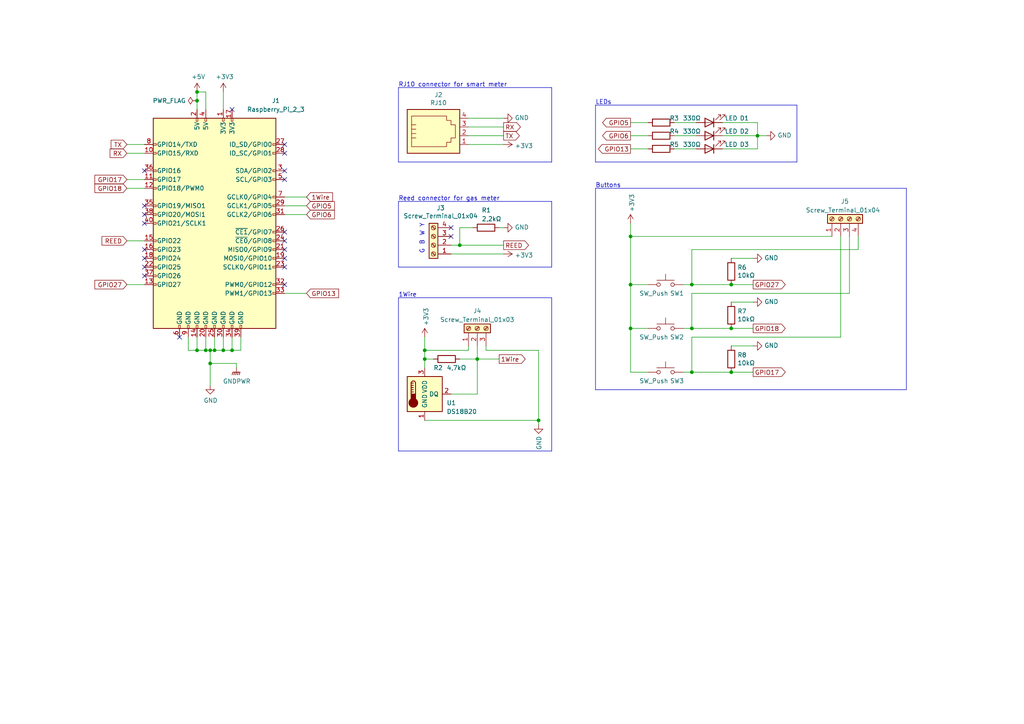
<source format=kicad_sch>
(kicad_sch (version 20231120) (generator "eeschema") (generator_version "8.0")
  (paper "A4")
  (title_block (title "Smarter Pi") (date "2024-05-06") (rev "0.4") (company "haus-automatisierung.com") (comment 1 "Matthias Kleine"))
  (lib_symbols
    (symbol "Connector:RJ10" (pin_names (offset 1.016))
      (property "Reference" "J" (at -5.08 8.89 0))
      (property "Value" "RJ10" (at 2.54 8.89 0))
      (symbol "RJ10_0_1"
        (polyline (pts (xy -6.35 -0.635) (xy -5.08 -0.635) (xy -5.08 -0.635)))
        (polyline (pts (xy -6.35 0.635) (xy -5.08 0.635) (xy -5.08 0.635)))
        (polyline (pts (xy -6.35 1.905) (xy -5.08 1.905) (xy -5.08 1.905)))
        (polyline (pts (xy -6.35 3.175) (xy -5.08 3.175) (xy -5.08 3.175)))
        (polyline (pts (xy -6.35 -3.175) (xy -6.35 5.715) (xy -1.27 5.715) (xy 3.81 5.715) (xy 3.81 4.445) (xy 5.08 4.445) (xy 5.08 3.175) (xy 6.35 3.175) (xy 6.35 -0.635) (xy 5.08 -0.635) (xy 5.08 -1.905) (xy 3.81 -1.905) (xy 3.81 -3.175) (xy -6.35 -3.175) (xy -6.35 -3.175)))
        (rectangle (start 7.62 7.62) (end -7.62 -5.08) (stroke (width 0.254)) (fill (type background)))
      )
      (symbol "RJ10_1_1"
        (pin passive line (at 10.16 -2.54 180) (length 2.54) (name "~") (number "1"))
        (pin passive line (at 10.16 0 180) (length 2.54) (name "~") (number "2"))
        (pin passive line (at 10.16 2.54 180) (length 2.54) (name "~") (number "3"))
        (pin passive line (at 10.16 5.08 180) (length 2.54) (name "~") (number "4"))
      )
    )
    (symbol "Connector:Raspberry_Pi_2_3" (pin_names (offset 1.016))
      (property "Reference" "J" (at -17.78 31.75 0))
      (property "Value" "Raspberry_Pi_2_3" (at 10.16 -31.75 0))
      (symbol "Raspberry_Pi_2_3_0_1"
        (rectangle (start -17.78 30.48) (end 17.78 -30.48) (stroke (width 0.254)) (fill (type background)))
      )
      (symbol "Raspberry_Pi_2_3_1_1"
        (rectangle (start -16.891 -17.526) (end -17.78 -18.034))
        (rectangle (start -16.891 -14.986) (end -17.78 -15.494))
        (rectangle (start -16.891 -12.446) (end -17.78 -12.954))
        (rectangle (start -16.891 -9.906) (end -17.78 -10.414))
        (rectangle (start -16.891 -7.366) (end -17.78 -7.874))
        (rectangle (start -16.891 -4.826) (end -17.78 -5.334))
        (rectangle (start -16.891 0.254) (end -17.78 -0.254))
        (rectangle (start -16.891 2.794) (end -17.78 2.286))
        (rectangle (start -16.891 5.334) (end -17.78 4.826))
        (rectangle (start -16.891 10.414) (end -17.78 9.906))
        (rectangle (start -16.891 12.954) (end -17.78 12.446))
        (rectangle (start -16.891 15.494) (end -17.78 14.986))
        (rectangle (start -16.891 20.574) (end -17.78 20.066))
        (rectangle (start -16.891 23.114) (end -17.78 22.606))
        (rectangle (start -10.414 -29.591) (end -9.906 -30.48))
        (rectangle (start -7.874 -29.591) (end -7.366 -30.48))
        (rectangle (start -5.334 -29.591) (end -4.826 -30.48))
        (rectangle (start -5.334 30.48) (end -4.826 29.591))
        (rectangle (start -2.794 -29.591) (end -2.286 -30.48))
        (rectangle (start -2.794 30.48) (end -2.286 29.591))
        (rectangle (start -0.254 -29.591) (end 0.254 -30.48))
        (rectangle (start 2.286 -29.591) (end 2.794 -30.48))
        (rectangle (start 2.286 30.48) (end 2.794 29.591))
        (rectangle (start 4.826 -29.591) (end 5.334 -30.48))
        (rectangle (start 4.826 30.48) (end 5.334 29.591))
        (rectangle (start 7.366 -29.591) (end 7.874 -30.48))
        (rectangle (start 17.78 -20.066) (end 16.891 -20.574))
        (rectangle (start 17.78 -17.526) (end 16.891 -18.034))
        (rectangle (start 17.78 -12.446) (end 16.891 -12.954))
        (rectangle (start 17.78 -9.906) (end 16.891 -10.414))
        (rectangle (start 17.78 -7.366) (end 16.891 -7.874))
        (rectangle (start 17.78 -4.826) (end 16.891 -5.334))
        (rectangle (start 17.78 -2.286) (end 16.891 -2.794))
        (rectangle (start 17.78 2.794) (end 16.891 2.286))
        (rectangle (start 17.78 5.334) (end 16.891 4.826))
        (rectangle (start 17.78 7.874) (end 16.891 7.366))
        (rectangle (start 17.78 12.954) (end 16.891 12.446))
        (rectangle (start 17.78 15.494) (end 16.891 14.986))
        (rectangle (start 17.78 20.574) (end 16.891 20.066))
        (rectangle (start 17.78 23.114) (end 16.891 22.606))
        (pin power_in line (at 2.54 33.02 270) (length 2.54) (name "3V3") (number "1"))
        (pin bidirectional line (at -20.32 20.32 0) (length 2.54) (name "GPIO15/RXD") (number "10"))
        (pin bidirectional line (at -20.32 12.7 0) (length 2.54) (name "GPIO17") (number "11"))
        (pin bidirectional line (at -20.32 10.16 0) (length 2.54) (name "GPIO18/PWM0") (number "12"))
        (pin bidirectional line (at -20.32 -17.78 0) (length 2.54) (name "GPIO27") (number "13"))
        (pin power_in line (at -5.08 -33.02 90) (length 2.54) (name "GND") (number "14"))
        (pin bidirectional line (at -20.32 -5.08 0) (length 2.54) (name "GPIO22") (number "15"))
        (pin bidirectional line (at -20.32 -7.62 0) (length 2.54) (name "GPIO23") (number "16"))
        (pin power_in line (at 5.08 33.02 270) (length 2.54) (name "3V3") (number "17"))
        (pin bidirectional line (at -20.32 -10.16 0) (length 2.54) (name "GPIO24") (number "18"))
        (pin bidirectional line (at 20.32 -10.16 180) (length 2.54) (name "MOSI0/GPIO10") (number "19"))
        (pin power_in line (at -5.08 33.02 270) (length 2.54) (name "5V") (number "2"))
        (pin power_in line (at -2.54 -33.02 90) (length 2.54) (name "GND") (number "20"))
        (pin bidirectional line (at 20.32 -7.62 180) (length 2.54) (name "MISO0/GPIO9") (number "21"))
        (pin bidirectional line (at -20.32 -12.7 0) (length 2.54) (name "GPIO25") (number "22"))
        (pin bidirectional line (at 20.32 -12.7 180) (length 2.54) (name "SCLK0/GPIO11") (number "23"))
        (pin bidirectional line (at 20.32 -5.08 180) (length 2.54) (name "~{CE0}/GPIO8") (number "24"))
        (pin power_in line (at 0 -33.02 90) (length 2.54) (name "GND") (number "25"))
        (pin bidirectional line (at 20.32 -2.54 180) (length 2.54) (name "~{CE1}/GPIO7") (number "26"))
        (pin bidirectional line (at 20.32 22.86 180) (length 2.54) (name "ID_SD/GPIO0") (number "27"))
        (pin bidirectional line (at 20.32 20.32 180) (length 2.54) (name "ID_SC/GPIO1") (number "28"))
        (pin bidirectional line (at 20.32 5.08 180) (length 2.54) (name "GCLK1/GPIO5") (number "29"))
        (pin bidirectional line (at 20.32 15.24 180) (length 2.54) (name "SDA/GPIO2") (number "3"))
        (pin power_in line (at 2.54 -33.02 90) (length 2.54) (name "GND") (number "30"))
        (pin bidirectional line (at 20.32 2.54 180) (length 2.54) (name "GCLK2/GPIO6") (number "31"))
        (pin bidirectional line (at 20.32 -17.78 180) (length 2.54) (name "PWM0/GPIO12") (number "32"))
        (pin bidirectional line (at 20.32 -20.32 180) (length 2.54) (name "PWM1/GPIO13") (number "33"))
        (pin power_in line (at 5.08 -33.02 90) (length 2.54) (name "GND") (number "34"))
        (pin bidirectional line (at -20.32 5.08 0) (length 2.54) (name "GPIO19/MISO1") (number "35"))
        (pin bidirectional line (at -20.32 15.24 0) (length 2.54) (name "GPIO16") (number "36"))
        (pin bidirectional line (at -20.32 -15.24 0) (length 2.54) (name "GPIO26") (number "37"))
        (pin bidirectional line (at -20.32 2.54 0) (length 2.54) (name "GPIO20/MOSI1") (number "38"))
        (pin power_in line (at 7.62 -33.02 90) (length 2.54) (name "GND") (number "39"))
        (pin power_in line (at -2.54 33.02 270) (length 2.54) (name "5V") (number "4"))
        (pin bidirectional line (at -20.32 0 0) (length 2.54) (name "GPIO21/SCLK1") (number "40"))
        (pin bidirectional line (at 20.32 12.7 180) (length 2.54) (name "SCL/GPIO3") (number "5"))
        (pin power_in line (at -10.16 -33.02 90) (length 2.54) (name "GND") (number "6"))
        (pin bidirectional line (at 20.32 7.62 180) (length 2.54) (name "GCLK0/GPIO4") (number "7"))
        (pin bidirectional line (at -20.32 22.86 0) (length 2.54) (name "GPIO14/TXD") (number "8"))
        (pin power_in line (at -7.62 -33.02 90) (length 2.54) (name "GND") (number "9"))
      )
    )
    (symbol "Connector:Screw_Terminal_01x03" (pin_names (offset 1.016) hide)
      (property "Reference" "J" (at 0 5.08 0))
      (property "Value" "Screw_Terminal_01x03" (at 0 -5.08 0))
      (symbol "Screw_Terminal_01x03_1_1"
        (rectangle (start -1.27 3.81) (end 1.27 -3.81) (stroke (width 0.254)) (fill (type background)))
        (circle (center 0 -2.54) (radius 0.635) (stroke (width 0.1524)))
        (polyline (pts (xy -0.5334 -2.2098) (xy 0.3302 -3.048)) (stroke (width 0.1524)))
        (polyline (pts (xy -0.5334 0.3302) (xy 0.3302 -0.508)) (stroke (width 0.1524)))
        (polyline (pts (xy -0.5334 2.8702) (xy 0.3302 2.032)) (stroke (width 0.1524)))
        (polyline (pts (xy -0.3556 -2.032) (xy 0.508 -2.8702)) (stroke (width 0.1524)))
        (polyline (pts (xy -0.3556 0.508) (xy 0.508 -0.3302)) (stroke (width 0.1524)))
        (polyline (pts (xy -0.3556 3.048) (xy 0.508 2.2098)) (stroke (width 0.1524)))
        (circle (center 0 0) (radius 0.635) (stroke (width 0.1524)))
        (circle (center 0 2.54) (radius 0.635) (stroke (width 0.1524)))
        (pin passive line (at -5.08 2.54 0) (length 3.81) (name "Pin_1") (number "1"))
        (pin passive line (at -5.08 0 0) (length 3.81) (name "Pin_2") (number "2"))
        (pin passive line (at -5.08 -2.54 0) (length 3.81) (name "Pin_3") (number "3"))
      )
    )
    (symbol "Connector:Screw_Terminal_01x04" (pin_names (offset 1.016) hide)
      (property "Reference" "J" (at 0 5.08 0))
      (property "Value" "Screw_Terminal_01x04" (at 0 -7.62 0))
      (symbol "Screw_Terminal_01x04_1_1"
        (rectangle (start -1.27 3.81) (end 1.27 -6.35) (stroke (width 0.254)) (fill (type background)))
        (circle (center 0 -5.08) (radius 0.635) (stroke (width 0.1524)))
        (circle (center 0 -2.54) (radius 0.635) (stroke (width 0.1524)))
        (polyline (pts (xy -0.5334 -4.7498) (xy 0.3302 -5.588)) (stroke (width 0.1524)))
        (polyline (pts (xy -0.5334 -2.2098) (xy 0.3302 -3.048)) (stroke (width 0.1524)))
        (polyline (pts (xy -0.5334 0.3302) (xy 0.3302 -0.508)) (stroke (width 0.1524)))
        (polyline (pts (xy -0.5334 2.8702) (xy 0.3302 2.032)) (stroke (width 0.1524)))
        (polyline (pts (xy -0.3556 -4.572) (xy 0.508 -5.4102)) (stroke (width 0.1524)))
        (polyline (pts (xy -0.3556 -2.032) (xy 0.508 -2.8702)) (stroke (width 0.1524)))
        (polyline (pts (xy -0.3556 0.508) (xy 0.508 -0.3302)) (stroke (width 0.1524)))
        (polyline (pts (xy -0.3556 3.048) (xy 0.508 2.2098)) (stroke (width 0.1524)))
        (circle (center 0 0) (radius 0.635) (stroke (width 0.1524)))
        (circle (center 0 2.54) (radius 0.635) (stroke (width 0.1524)))
        (pin passive line (at -5.08 2.54 0) (length 3.81) (name "Pin_1") (number "1"))
        (pin passive line (at -5.08 0 0) (length 3.81) (name "Pin_2") (number "2"))
        (pin passive line (at -5.08 -2.54 0) (length 3.81) (name "Pin_3") (number "3"))
        (pin passive line (at -5.08 -5.08 0) (length 3.81) (name "Pin_4") (number "4"))
      )
    )
    (symbol "Device:LED" (pin_numbers hide) (pin_names (offset 1.016) hide)
      (property "Reference" "D" (at 0 2.54 0))
      (property "Value" "LED" (at 0 -2.54 0))
      (symbol "LED_0_1"
        (polyline (pts (xy -1.27 -1.27) (xy -1.27 1.27)) (stroke (width 0.254)))
        (polyline (pts (xy -1.27 0) (xy 1.27 0)))
        (polyline (pts (xy 1.27 -1.27) (xy 1.27 1.27) (xy -1.27 0) (xy 1.27 -1.27)) (stroke (width 0.254)))
        (polyline (pts (xy -3.048 -0.762) (xy -4.572 -2.286) (xy -3.81 -2.286) (xy -4.572 -2.286) (xy -4.572 -1.524)))
        (polyline (pts (xy -1.778 -0.762) (xy -3.302 -2.286) (xy -2.54 -2.286) (xy -3.302 -2.286) (xy -3.302 -1.524)))
      )
      (symbol "LED_1_1"
        (pin passive line (at -3.81 0 0) (length 2.54) (name "K") (number "1"))
        (pin passive line (at 3.81 0 180) (length 2.54) (name "A") (number "2"))
      )
    )
    (symbol "Device:R" (pin_numbers hide) (pin_names (offset 0))
      (property "Reference" "R" (at 2.032 0 90))
      (property "Value" "R" (at 0 0 90))
      (symbol "R_0_1"
        (rectangle (start -1.016 -2.54) (end 1.016 2.54) (stroke (width 0.254)))
      )
      (symbol "R_1_1"
        (pin passive line (at 0 3.81 270) (length 1.27) (name "~") (number "1"))
        (pin passive line (at 0 -3.81 90) (length 1.27) (name "~") (number "2"))
      )
    )
    (symbol "Sensor_Temperature:DS18B20" (pin_names (offset 1.016))
      (property "Reference" "U" (at -3.81 6.35 0))
      (property "Value" "DS18B20" (at 6.35 6.35 0))
      (symbol "DS18B20_0_1"
        (rectangle (start -5.08 5.08) (end 5.08 -5.08) (stroke (width 0.254)) (fill (type background)))
        (circle (center -3.302 -2.54) (radius 1.27) (stroke (width 0.254)) (fill (type outline)))
        (rectangle (start -2.667 -1.905) (end -3.937 0) (stroke (width 0.254)) (fill (type outline)))
        (arc (start -2.667 3.175) (mid -3.302 3.8073) (end -3.937 3.175) (stroke (width 0.254)))
        (polyline (pts (xy -3.937 0.635) (xy -3.302 0.635)) (stroke (width 0.254)))
        (polyline (pts (xy -3.937 1.27) (xy -3.302 1.27)) (stroke (width 0.254)))
        (polyline (pts (xy -3.937 1.905) (xy -3.302 1.905)) (stroke (width 0.254)))
        (polyline (pts (xy -3.937 2.54) (xy -3.302 2.54)) (stroke (width 0.254)))
        (polyline (pts (xy -3.937 3.175) (xy -3.937 0)) (stroke (width 0.254)))
        (polyline (pts (xy -3.937 3.175) (xy -3.302 3.175)) (stroke (width 0.254)))
        (polyline (pts (xy -2.667 3.175) (xy -2.667 0)) (stroke (width 0.254)))
      )
      (symbol "DS18B20_1_1"
        (pin power_in line (at 0 -7.62 90) (length 2.54) (name "GND") (number "1"))
        (pin bidirectional line (at 7.62 0 180) (length 2.54) (name "DQ") (number "2"))
        (pin power_in line (at 0 7.62 270) (length 2.54) (name "VDD") (number "3"))
      )
    )
    (symbol "Switch:SW_Push" (pin_numbers hide) (pin_names (offset 1.016) hide)
      (property "Reference" "SW" (at 1.27 2.54 0))
      (property "Value" "SW_Push" (at 0 -1.524 0))
      (symbol "SW_Push_0_1"
        (circle (center -2.032 0) (radius 0.508))
        (polyline (pts (xy 0 1.27) (xy 0 3.048)))
        (polyline (pts (xy 2.54 1.27) (xy -2.54 1.27)))
        (circle (center 2.032 0) (radius 0.508))
        (pin passive line (at -5.08 0 0) (length 2.54) (name "1") (number "1"))
        (pin passive line (at 5.08 0 180) (length 2.54) (name "2") (number "2"))
      )
    )
    (symbol "power:+3.3V" (power) (pin_names (offset 0))
      (property "Value" "+3.3V" (at 0 3.556 0))
      (symbol "+3.3V_0_1"
        (polyline (pts (xy -0.762 1.27) (xy 0 2.54)))
        (polyline (pts (xy 0 0) (xy 0 2.54)))
        (polyline (pts (xy 0 2.54) (xy 0.762 1.27)))
      )
      (symbol "+3.3V_1_1"
        (pin power_in line (at 0 0 90) (length 0) hide (name "+3V3") (number "1"))
      )
    )
    (symbol "power:+5V" (power) (pin_names (offset 0))
      (property "Value" "+5V" (at 0 3.556 0))
      (symbol "+5V_0_1"
        (polyline (pts (xy -0.762 1.27) (xy 0 2.54)))
        (polyline (pts (xy 0 0) (xy 0 2.54)))
        (polyline (pts (xy 0 2.54) (xy 0.762 1.27)))
      )
      (symbol "+5V_1_1"
        (pin power_in line (at 0 0 90) (length 0) hide (name "+5V") (number "1"))
      )
    )
    (symbol "power:GND" (power) (pin_names (offset 0))
      (property "Value" "GND" (at 0 -3.81 0))
      (symbol "GND_0_1"
        (polyline (pts (xy 0 0) (xy 0 -1.27) (xy 1.27 -1.27) (xy 0 -2.54) (xy -1.27 -1.27) (xy 0 -1.27)))
      )
      (symbol "GND_1_1"
        (pin power_in line (at 0 0 270) (length 0) hide (name "GND") (number "1"))
      )
    )
    (symbol "power:GNDPWR" (power) (pin_names (offset 0))
      (property "Value" "GNDPWR" (at 0 -3.302 0))
      (symbol "GNDPWR_0_1"
        (polyline (pts (xy 0 -1.27) (xy 0 0)))
        (polyline (pts (xy -1.016 -1.27) (xy -1.27 -2.032) (xy -1.27 -2.032)) (stroke (width 0.2032)))
        (polyline (pts (xy -0.508 -1.27) (xy -0.762 -2.032) (xy -0.762 -2.032)) (stroke (width 0.2032)))
        (polyline (pts (xy 0 -1.27) (xy -0.254 -2.032) (xy -0.254 -2.032)) (stroke (width 0.2032)))
        (polyline (pts (xy 0.508 -1.27) (xy 0.254 -2.032) (xy 0.254 -2.032)) (stroke (width 0.2032)))
        (polyline (pts (xy 1.016 -1.27) (xy -1.016 -1.27) (xy -1.016 -1.27)) (stroke (width 0.2032)))
        (polyline (pts (xy 1.016 -1.27) (xy 0.762 -2.032) (xy 0.762 -2.032) (xy 0.762 -2.032)) (stroke (width 0.2032)))
      )
      (symbol "GNDPWR_1_1"
        (pin power_in line (at 0 0 270) (length 0) hide (name "GNDPWR") (number "1"))
      )
    )
    (symbol "power:PWR_FLAG" (power) (pin_numbers hide) (pin_names (offset 0) hide)
      (property "Value" "PWR_FLAG" (at 0 3.81 0))
      (symbol "PWR_FLAG_0_0"
        (pin power_out line (at 0 0 90) (length 0) (name "pwr") (number "1"))
      )
      (symbol "PWR_FLAG_0_1"
        (polyline (pts (xy 0 0) (xy 0 1.27) (xy -1.016 1.905) (xy 0 2.54) (xy 1.016 1.905) (xy 0 1.27)))
      )
    )
  )
  (junction (at 212.09 107.95))
  (junction (at 133.35 71.12))
  (junction (at 212.09 82.55))
  (junction (at 212.09 95.25))
  (junction (at 200.66 95.25))
  (junction (at 123.19 104.14))
  (junction (at 57.15 26.67))
  (junction (at 64.77 101.6))
  (junction (at 182.88 82.55))
  (junction (at 200.66 107.95))
  (junction (at 123.19 101.6))
  (junction (at 182.88 95.25))
  (junction (at 60.96 101.6))
  (junction (at 138.43 104.14))
  (junction (at 57.15 29.21))
  (junction (at 60.96 105.41))
  (junction (at 67.31 101.6))
  (junction (at 62.23 101.6))
  (junction (at 59.69 101.6))
  (junction (at 182.88 68.58))
  (junction (at 57.15 101.6))
  (junction (at 200.66 82.55))
  (junction (at 219.71 39.37))
  (junction (at 156.21 121.92))
  (no_connect (at 41.91 59.69))
  (no_connect (at 82.55 41.91))
  (no_connect (at 41.91 77.47))
  (no_connect (at 41.91 64.77))
  (no_connect (at 82.55 77.47))
  (no_connect (at 82.55 82.55))
  (no_connect (at 41.91 80.01))
  (no_connect (at 82.55 67.31))
  (no_connect (at 82.55 52.07))
  (no_connect (at 82.55 44.45))
  (no_connect (at 82.55 72.39))
  (no_connect (at 41.91 62.23))
  (no_connect (at 82.55 69.85))
  (no_connect (at 130.81 66.04))
  (no_connect (at 41.91 49.53))
  (no_connect (at 82.55 49.53))
  (no_connect (at 130.81 68.58))
  (no_connect (at 67.31 31.75))
  (no_connect (at 41.91 72.39))
  (no_connect (at 52.07 97.79))
  (no_connect (at 41.91 74.93))
  (no_connect (at 82.55 74.93))
  (wire (pts (xy 182.88 107.95) (xy 187.96 107.95)))
  (wire (pts (xy 57.15 31.75) (xy 57.15 29.21)))
  (wire (pts (xy 200.66 107.95) (xy 212.09 107.95)))
  (polyline (pts (xy 262.89 113.03) (xy 172.72 113.03)))
  (polyline (pts (xy 115.57 77.47) (xy 160.02 77.47)))
  (wire (pts (xy 198.12 107.95) (xy 200.66 107.95)))
  (wire (pts (xy 68.58 106.68) (xy 68.58 105.41)))
  (polyline (pts (xy 115.57 130.81) (xy 115.57 86.36)))
  (polyline (pts (xy 160.02 86.36) (xy 160.02 130.81)))
  (wire (pts (xy 69.85 97.79) (xy 69.85 101.6)))
  (polyline (pts (xy 160.02 46.99) (xy 115.57 46.99)))
  (wire (pts (xy 59.69 101.6) (xy 60.96 101.6)))
  (polyline (pts (xy 115.57 46.99) (xy 115.57 25.4)))
  (wire (pts (xy 212.09 95.25) (xy 218.44 95.25)))
  (wire (pts (xy 64.77 101.6) (xy 62.23 101.6)))
  (wire (pts (xy 218.44 87.63) (xy 212.09 87.63)))
  (wire (pts (xy 195.58 35.56) (xy 201.93 35.56)))
  (wire (pts (xy 195.58 39.37) (xy 201.93 39.37)))
  (wire (pts (xy 133.35 71.12) (xy 130.81 71.12)))
  (polyline (pts (xy 231.14 46.99) (xy 172.72 46.99)))
  (wire (pts (xy 209.55 35.56) (xy 219.71 35.56)))
  (wire (pts (xy 246.38 68.58) (xy 246.38 85.09)))
  (wire (pts (xy 36.83 41.91) (xy 41.91 41.91)))
  (wire (pts (xy 82.55 62.23) (xy 88.9 62.23)))
  (polyline (pts (xy 115.57 86.36) (xy 160.02 86.36)))
  (wire (pts (xy 140.97 101.6) (xy 156.21 101.6)))
  (wire (pts (xy 54.61 97.79) (xy 54.61 101.6)))
  (polyline (pts (xy 115.57 58.42) (xy 115.57 77.47)))
  (wire (pts (xy 57.15 97.79) (xy 57.15 101.6)))
  (wire (pts (xy 248.92 72.39) (xy 248.92 68.58)))
  (wire (pts (xy 195.58 43.18) (xy 201.93 43.18)))
  (wire (pts (xy 209.55 39.37) (xy 219.71 39.37)))
  (wire (pts (xy 36.83 52.07) (xy 41.91 52.07)))
  (wire (pts (xy 200.66 97.79) (xy 243.84 97.79)))
  (wire (pts (xy 57.15 26.67) (xy 59.69 26.67)))
  (wire (pts (xy 36.83 69.85) (xy 41.91 69.85)))
  (polyline (pts (xy 160.02 58.42) (xy 115.57 58.42)))
  (wire (pts (xy 182.88 68.58) (xy 241.3 68.58)))
  (wire (pts (xy 212.09 82.55) (xy 218.44 82.55)))
  (wire (pts (xy 138.43 114.3) (xy 138.43 104.14)))
  (polyline (pts (xy 231.14 30.48) (xy 231.14 46.99)))
  (wire (pts (xy 146.05 73.66) (xy 130.81 73.66)))
  (wire (pts (xy 57.15 29.21) (xy 57.15 26.67)))
  (polyline (pts (xy 115.57 25.4) (xy 160.02 25.4)))
  (polyline (pts (xy 172.72 54.61) (xy 262.89 54.61)))
  (wire (pts (xy 187.96 82.55) (xy 182.88 82.55)))
  (wire (pts (xy 182.88 39.37) (xy 187.96 39.37)))
  (polyline (pts (xy 172.72 113.03) (xy 172.72 54.61)))
  (wire (pts (xy 200.66 85.09) (xy 200.66 95.25)))
  (wire (pts (xy 219.71 39.37) (xy 222.25 39.37)))
  (wire (pts (xy 146.05 39.37) (xy 135.89 39.37)))
  (wire (pts (xy 200.66 95.25) (xy 212.09 95.25)))
  (wire (pts (xy 218.44 74.93) (xy 212.09 74.93)))
  (wire (pts (xy 54.61 101.6) (xy 57.15 101.6)))
  (wire (pts (xy 209.55 43.18) (xy 219.71 43.18)))
  (wire (pts (xy 64.77 31.75) (xy 64.77 26.67)))
  (wire (pts (xy 146.05 66.04) (xy 144.78 66.04)))
  (wire (pts (xy 146.05 34.29) (xy 135.89 34.29)))
  (wire (pts (xy 82.55 59.69) (xy 88.9 59.69)))
  (wire (pts (xy 60.96 111.76) (xy 60.96 105.41)))
  (wire (pts (xy 67.31 101.6) (xy 64.77 101.6)))
  (wire (pts (xy 59.69 26.67) (xy 59.69 31.75)))
  (wire (pts (xy 137.16 66.04) (xy 133.35 66.04)))
  (wire (pts (xy 69.85 101.6) (xy 67.31 101.6)))
  (wire (pts (xy 200.66 97.79) (xy 200.66 107.95)))
  (wire (pts (xy 138.43 100.33) (xy 138.43 104.14)))
  (wire (pts (xy 68.58 105.41) (xy 60.96 105.41)))
  (wire (pts (xy 156.21 101.6) (xy 156.21 121.92)))
  (wire (pts (xy 135.89 101.6) (xy 123.19 101.6)))
  (polyline (pts (xy 160.02 77.47) (xy 160.02 58.42)))
  (wire (pts (xy 123.19 104.14) (xy 123.19 101.6)))
  (wire (pts (xy 200.66 82.55) (xy 212.09 82.55)))
  (wire (pts (xy 140.97 100.33) (xy 140.97 101.6)))
  (polyline (pts (xy 172.72 46.99) (xy 172.72 30.48)))
  (wire (pts (xy 219.71 43.18) (xy 219.71 39.37)))
  (wire (pts (xy 36.83 54.61) (xy 41.91 54.61)))
  (wire (pts (xy 60.96 101.6) (xy 62.23 101.6)))
  (wire (pts (xy 62.23 97.79) (xy 62.23 101.6)))
  (wire (pts (xy 200.66 72.39) (xy 200.66 82.55)))
  (polyline (pts (xy 160.02 130.81) (xy 115.57 130.81)))
  (wire (pts (xy 146.05 71.12) (xy 133.35 71.12)))
  (wire (pts (xy 200.66 72.39) (xy 248.92 72.39)))
  (wire (pts (xy 182.88 68.58) (xy 182.88 82.55)))
  (polyline (pts (xy 172.72 30.48) (xy 231.14 30.48)))
  (wire (pts (xy 57.15 101.6) (xy 59.69 101.6)))
  (wire (pts (xy 182.88 82.55) (xy 182.88 95.25)))
  (wire (pts (xy 219.71 35.56) (xy 219.71 39.37)))
  (wire (pts (xy 82.55 85.09) (xy 88.9 85.09)))
  (wire (pts (xy 156.21 121.92) (xy 156.21 123.19)))
  (wire (pts (xy 64.77 97.79) (xy 64.77 101.6)))
  (wire (pts (xy 135.89 100.33) (xy 135.89 101.6)))
  (wire (pts (xy 123.19 121.92) (xy 156.21 121.92)))
  (wire (pts (xy 182.88 35.56) (xy 187.96 35.56)))
  (wire (pts (xy 130.81 114.3) (xy 138.43 114.3)))
  (wire (pts (xy 198.12 95.25) (xy 200.66 95.25)))
  (wire (pts (xy 67.31 97.79) (xy 67.31 101.6)))
  (wire (pts (xy 82.55 57.15) (xy 88.9 57.15)))
  (wire (pts (xy 212.09 107.95) (xy 218.44 107.95)))
  (polyline (pts (xy 160.02 25.4) (xy 160.02 46.99)))
  (wire (pts (xy 133.35 66.04) (xy 133.35 71.12)))
  (wire (pts (xy 146.05 41.91) (xy 135.89 41.91)))
  (wire (pts (xy 182.88 43.18) (xy 187.96 43.18)))
  (wire (pts (xy 182.88 95.25) (xy 182.88 107.95)))
  (wire (pts (xy 146.05 36.83) (xy 135.89 36.83)))
  (wire (pts (xy 243.84 97.79) (xy 243.84 68.58)))
  (wire (pts (xy 59.69 97.79) (xy 59.69 101.6)))
  (wire (pts (xy 123.19 106.68) (xy 123.19 104.14)))
  (wire (pts (xy 123.19 101.6) (xy 123.19 97.79)))
  (wire (pts (xy 36.83 44.45) (xy 41.91 44.45)))
  (wire (pts (xy 60.96 105.41) (xy 60.96 101.6)))
  (polyline (pts (xy 262.89 54.61) (xy 262.89 113.03)))
  (wire (pts (xy 198.12 82.55) (xy 200.66 82.55)))
  (wire (pts (xy 218.44 100.33) (xy 212.09 100.33)))
  (wire (pts (xy 36.83 82.55) (xy 41.91 82.55)))
  (wire (pts (xy 187.96 95.25) (xy 182.88 95.25)))
  (wire (pts (xy 125.73 104.14) (xy 123.19 104.14)))
  (wire (pts (xy 182.88 64.77) (xy 182.88 68.58)))
  (wire (pts (xy 246.38 85.09) (xy 200.66 85.09)))
  (wire (pts (xy 133.35 104.14) (xy 138.43 104.14)))
  (wire (pts (xy 138.43 104.14) (xy 144.78 104.14)))
  (text "RJ10 connector for smart meter" (at 115.57 25.4 0) (effects (font (size 1.27 1.27)) (justify left bottom)))
  (text "1Wire" (at 115.57 86.36 0) (effects (font (size 1.27 1.27)) (justify left bottom)))
  (text "Reed connector for gas meter" (at 115.57 58.42 0) (effects (font (size 1.27 1.27)) (justify left bottom)))
  (text "G" (at 123.19 73.66 90) (effects (font (size 1.27 1.27)) (justify left bottom)))
  (text "B" (at 123.19 71.12 90) (effects (font (size 1.27 1.27)) (justify left bottom)))
  (text "Y" (at 123.19 66.04 90) (effects (font (size 1.27 1.27)) (justify left bottom)))
  (text "Buttons" (at 172.72 54.61 0) (effects (font (size 1.27 1.27)) (justify left bottom)))
  (text "LEDs" (at 172.72 30.48 0) (effects (font (size 1.27 1.27)) (justify left bottom)))
  (text "W" (at 123.19 68.58 90) (effects (font (size 1.27 1.27)) (justify left bottom)))
  (global_label "GPIO17" (shape input) (at 36.83 52.07 180) (property "Intersheetrefs" "${INTERSHEET_REFS}" (effects (hide yes))))
  (global_label "TX" (shape input) (at 36.83 41.91 180) (property "Intersheetrefs" "${INTERSHEET_REFS}" (effects (hide yes))))
  (global_label "GPIO27" (shape output) (at 218.44 82.55 0) (property "Intersheetrefs" "${INTERSHEET_REFS}" (effects (hide yes))))
  (global_label "1Wire" (shape input) (at 88.9 57.15 0) (property "Intersheetrefs" "${INTERSHEET_REFS}" (effects (hide yes))))
  (global_label "GPIO6" (shape output) (at 182.88 39.37 180) (property "Intersheetrefs" "${INTERSHEET_REFS}" (effects (hide yes))))
  (global_label "TX" (shape output) (at 146.05 39.37 0) (property "Intersheetrefs" "${INTERSHEET_REFS}" (effects (hide yes))))
  (global_label "REED" (shape output) (at 146.05 71.12 0) (property "Intersheetrefs" "${INTERSHEET_REFS}" (effects (hide yes))))
  (global_label "RX" (shape output) (at 146.05 36.83 0) (property "Intersheetrefs" "${INTERSHEET_REFS}" (effects (hide yes))))
  (global_label "GPIO27" (shape input) (at 36.83 82.55 180) (property "Intersheetrefs" "${INTERSHEET_REFS}" (effects (hide yes))))
  (global_label "GPIO13" (shape output) (at 182.88 43.18 180) (property "Intersheetrefs" "${INTERSHEET_REFS}" (effects (hide yes))))
  (global_label "1Wire" (shape output) (at 144.78 104.14 0) (property "Intersheetrefs" "${INTERSHEET_REFS}" (effects (hide yes))))
  (global_label "GPIO5" (shape output) (at 182.88 35.56 180) (property "Intersheetrefs" "${INTERSHEET_REFS}" (effects (hide yes))))
  (global_label "GPIO18" (shape input) (at 36.83 54.61 180) (property "Intersheetrefs" "${INTERSHEET_REFS}" (effects (hide yes))))
  (global_label "GPIO5" (shape input) (at 88.9 59.69 0) (property "Intersheetrefs" "${INTERSHEET_REFS}" (effects (hide yes))))
  (global_label "GPIO6" (shape input) (at 88.9 62.23 0) (property "Intersheetrefs" "${INTERSHEET_REFS}" (effects (hide yes))))
  (global_label "GPIO18" (shape output) (at 218.44 95.25 0) (property "Intersheetrefs" "${INTERSHEET_REFS}" (effects (hide yes))))
  (global_label "RX" (shape input) (at 36.83 44.45 180) (property "Intersheetrefs" "${INTERSHEET_REFS}" (effects (hide yes))))
  (global_label "REED" (shape input) (at 36.83 69.85 180) (property "Intersheetrefs" "${INTERSHEET_REFS}" (effects (hide yes))))
  (global_label "GPIO13" (shape input) (at 88.9 85.09 0) (property "Intersheetrefs" "${INTERSHEET_REFS}" (effects (hide yes))))
  (global_label "GPIO17" (shape output) (at 218.44 107.95 0) (property "Intersheetrefs" "${INTERSHEET_REFS}" (effects (hide yes))))
  (symbol (lib_id "Connector:Raspberry_Pi_2_3") (at 62.23 64.77 0) (unit 1)
    (property "Reference" "J1" (at 80.01 29.21 0))
    (property "Value" "Raspberry_Pi_2_3" (at 80.01 31.75 0))
    (property "Footprint" "Connector_PinSocket_2.54mm:PinSocket_2x20_P2.54mm_Vertical" (effects (hide yes)))
    (property "Datasheet" "https://www.raspberrypi.org/documentation/hardware/raspberrypi/schematics/rpi_SCH_3bplus_1p0_reduced.pdf" (effects (hide yes)))
  )
  (symbol (lib_id "Connector:RJ10") (at 125.73 39.37 0) (unit 1)
    (property "Reference" "J2" (at 127.1778 27.5082 0))
    (property "Value" "RJ10" (at 127.1778 29.8196 0))
    (property "Footprint" "haus-automatisierung:MEBP_44S" (effects (hide yes)))
  )
  (symbol (lib_id "power:GNDPWR") (at 68.58 106.68 0) (unit 1)
    (property "Reference" "#PWR06" (effects (hide yes)))
    (property "Value" "GNDPWR" (at 68.6816 110.5916 0))
  )
  (symbol (lib_id "power:+5V") (at 57.15 26.67 0) (unit 1)
    (property "Reference" "#PWR03" (effects (hide yes)))
    (property "Value" "+5V" (at 57.531 22.2758 0))
  )
  (symbol (lib_id "power:+3.3V") (at 64.77 26.67 0) (unit 1)
    (property "Reference" "#PWR05" (effects (hide yes)))
    (property "Value" "+3V3" (at 65.151 22.2758 0))
  )
  (symbol (lib_id "power:GND") (at 146.05 34.29 90) (unit 1)
    (property "Reference" "#PWR01" (effects (hide yes)))
    (property "Value" "GND" (at 149.3012 34.163 90) (effects (justify right)))
  )
  (symbol (lib_id "power:PWR_FLAG") (at 57.15 29.21 90) (unit 1)
    (property "Reference" "#FLG01" (effects (hide yes)))
    (property "Value" "PWR_FLAG" (at 53.9242 29.21 90) (effects (justify left)))
  )
  (symbol (lib_id "power:GND") (at 60.96 111.76 0) (unit 1)
    (property "Reference" "#PWR04" (effects (hide yes)))
    (property "Value" "GND" (at 61.087 116.1542 0))
  )
  (symbol (lib_id "power:+3.3V") (at 146.05 41.91 270) (unit 1)
    (property "Reference" "#PWR02" (effects (hide yes)))
    (property "Value" "+3V3" (at 149.3012 42.291 90) (effects (justify left)))
  )
  (symbol (lib_id "power:+3.3V") (at 146.05 73.66 270) (unit 1)
    (property "Reference" "#PWR08" (effects (hide yes)))
    (property "Value" "+3V3" (at 149.3012 74.041 90) (effects (justify left)))
  )
  (symbol (lib_id "Device:R") (at 140.97 66.04 270) (unit 1)
    (property "Reference" "R1" (at 139.7 60.96 90) (effects (justify left)))
    (property "Value" "2,2kΩ" (at 139.7 63.5 90) (effects (justify left)))
    (property "Footprint" "Resistor_THT:R_Axial_DIN0207_L6.3mm_D2.5mm_P10.16mm_Horizontal" (effects (hide yes)))
  )
  (symbol (lib_id "power:GND") (at 146.05 66.04 90) (unit 1)
    (property "Reference" "#PWR07" (effects (hide yes)))
    (property "Value" "GND" (at 149.3012 65.913 90) (effects (justify right)))
  )
  (symbol (lib_id "Connector:Screw_Terminal_01x04") (at 125.73 71.12 180) (unit 1)
    (property "Reference" "J3" (at 127.8128 60.325 0))
    (property "Value" "Screw_Terminal_01x04" (at 127.8128 62.6364 0))
    (property "Footprint" "TerminalBlock_Phoenix:TerminalBlock_Phoenix_MPT-0,5-4-2.54_1x04_P2.54mm_Horizontal" (effects (hide yes)))
  )
  (symbol (lib_id "Connector:Screw_Terminal_01x03") (at 138.43 95.25 90) (unit 1)
    (property "Reference" "J4" (at 138.43 90.17 90))
    (property "Value" "Screw_Terminal_01x03" (at 138.43 92.71 90))
    (property "Footprint" "TerminalBlock_Phoenix:TerminalBlock_Phoenix_MPT-0,5-3-2.54_1x03_P2.54mm_Horizontal" (effects (hide yes)))
  )
  (symbol (lib_id "power:+3.3V") (at 123.19 97.79 0) (unit 1)
    (property "Reference" "#PWR09" (effects (hide yes)))
    (property "Value" "+3V3" (at 123.571 94.5388 90) (effects (justify left)))
  )
  (symbol (lib_id "power:GND") (at 156.21 123.19 0) (unit 1)
    (property "Reference" "#PWR010" (effects (hide yes)))
    (property "Value" "GND" (at 156.337 126.4412 90) (effects (justify right)))
  )
  (symbol (lib_id "Device:R") (at 129.54 104.14 270) (unit 1)
    (property "Reference" "R2" (at 125.73 106.68 90) (effects (justify left)))
    (property "Value" "4,7kΩ" (at 129.54 106.68 90) (effects (justify left)))
    (property "Footprint" "Resistor_THT:R_Axial_DIN0207_L6.3mm_D2.5mm_P10.16mm_Horizontal" (effects (hide yes)))
  )
  (symbol (lib_id "Device:LED") (at 205.74 35.56 180) (unit 1)
    (property "Reference" "D1" (at 215.9 34.29 0))
    (property "Value" "LED" (at 212.09 34.29 0))
    (property "Footprint" "LED_SMD:LED_0805_2012Metric_Pad1.15x1.40mm_HandSolder" (effects (hide yes)))
  )
  (symbol (lib_id "Device:LED") (at 205.74 39.37 180) (unit 1)
    (property "Reference" "D2" (at 215.9 38.1 0))
    (property "Value" "LED" (at 212.09 38.1 0))
    (property "Footprint" "LED_SMD:LED_0805_2012Metric_Pad1.15x1.40mm_HandSolder" (effects (hide yes)))
  )
  (symbol (lib_id "Device:LED") (at 205.74 43.18 180) (unit 1)
    (property "Reference" "D3" (at 215.9 41.91 0))
    (property "Value" "LED" (at 212.09 41.91 0))
    (property "Footprint" "LED_SMD:LED_0805_2012Metric_Pad1.15x1.40mm_HandSolder" (effects (hide yes)))
  )
  (symbol (lib_id "power:GND") (at 222.25 39.37 90) (unit 1)
    (property "Reference" "#PWR012" (effects (hide yes)))
    (property "Value" "GND" (at 225.5012 39.243 90) (effects (justify right)))
  )
  (symbol (lib_id "Device:R") (at 191.77 35.56 270) (unit 1)
    (property "Reference" "R3" (at 195.58 34.29 90))
    (property "Value" "330Ω" (at 200.66 34.29 90))
    (property "Footprint" "Resistor_SMD:R_0805_2012Metric_Pad1.20x1.40mm_HandSolder" (effects (hide yes)))
  )
  (symbol (lib_id "Device:R") (at 191.77 39.37 270) (unit 1)
    (property "Reference" "R4" (at 195.58 38.1 90))
    (property "Value" "330Ω" (at 200.66 38.1 90))
    (property "Footprint" "Resistor_SMD:R_0805_2012Metric_Pad1.20x1.40mm_HandSolder" (effects (hide yes)))
  )
  (symbol (lib_id "Device:R") (at 191.77 43.18 270) (unit 1)
    (property "Reference" "R5" (at 195.58 41.91 90))
    (property "Value" "330Ω" (at 200.66 41.91 90))
    (property "Footprint" "Resistor_SMD:R_0805_2012Metric_Pad1.20x1.40mm_HandSolder" (effects (hide yes)))
  )
  (symbol (lib_id "Switch:SW_Push") (at 193.04 82.55 0) (unit 1)
    (property "Reference" "SW1" (at 194.31 85.09 0) (effects (justify left)))
    (property "Value" "SW_Push" (at 185.42 85.09 0) (effects (justify left)))
    (property "Footprint" "Button_Switch_SMD:SW_SPST_CK_RS282G05A3" (effects (hide yes)))
  )
  (symbol (lib_id "Device:R") (at 212.09 78.74 180) (unit 1)
    (property "Reference" "R6" (at 213.868 77.5716 0) (effects (justify right)))
    (property "Value" "10kΩ" (at 213.868 79.883 0) (effects (justify right)))
    (property "Footprint" "Resistor_SMD:R_0805_2012Metric_Pad1.20x1.40mm_HandSolder" (effects (hide yes)))
  )
  (symbol (lib_id "power:GND") (at 218.44 74.93 90) (unit 1)
    (property "Reference" "#PWR016" (effects (hide yes)))
    (property "Value" "GND" (at 221.6912 74.803 90) (effects (justify right)))
  )
  (symbol (lib_id "power:+3.3V") (at 182.88 64.77 0) (unit 1)
    (property "Reference" "#PWR013" (effects (hide yes)))
    (property "Value" "+3V3" (at 183.261 61.5188 90) (effects (justify left)))
  )
  (symbol (lib_id "Switch:SW_Push") (at 193.04 95.25 0) (unit 1)
    (property "Reference" "SW2" (at 194.31 97.79 0) (effects (justify left)))
    (property "Value" "SW_Push" (at 185.42 97.79 0) (effects (justify left)))
    (property "Footprint" "Button_Switch_SMD:SW_SPST_CK_RS282G05A3" (effects (hide yes)))
  )
  (symbol (lib_id "Device:R") (at 212.09 91.44 180) (unit 1)
    (property "Reference" "R7" (at 213.868 90.2716 0) (effects (justify right)))
    (property "Value" "10kΩ" (at 213.868 92.583 0) (effects (justify right)))
    (property "Footprint" "Resistor_SMD:R_0805_2012Metric_Pad1.20x1.40mm_HandSolder" (effects (hide yes)))
  )
  (symbol (lib_id "power:GND") (at 218.44 87.63 90) (unit 1)
    (property "Reference" "#PWR017" (effects (hide yes)))
    (property "Value" "GND" (at 221.6912 87.503 90) (effects (justify right)))
  )
  (symbol (lib_id "Switch:SW_Push") (at 193.04 107.95 0) (unit 1)
    (property "Reference" "SW3" (at 194.31 110.49 0) (effects (justify left)))
    (property "Value" "SW_Push" (at 185.42 110.49 0) (effects (justify left)))
    (property "Footprint" "Button_Switch_SMD:SW_SPST_CK_RS282G05A3" (effects (hide yes)))
  )
  (symbol (lib_id "Device:R") (at 212.09 104.14 180) (unit 1)
    (property "Reference" "R8" (at 213.868 102.9716 0) (effects (justify right)))
    (property "Value" "10kΩ" (at 213.868 105.283 0) (effects (justify right)))
    (property "Footprint" "Resistor_SMD:R_0805_2012Metric_Pad1.20x1.40mm_HandSolder" (effects (hide yes)))
  )
  (symbol (lib_id "power:GND") (at 218.44 100.33 90) (unit 1)
    (property "Reference" "#PWR018" (effects (hide yes)))
    (property "Value" "GND" (at 221.6912 100.203 90) (effects (justify right)))
  )
  (symbol (lib_id "Connector:Screw_Terminal_01x04") (at 243.84 63.5 90) (unit 1)
    (property "Reference" "J5" (at 243.84 58.42 90) (effects (justify right)))
    (property "Value" "Screw_Terminal_01x04" (at 233.68 60.96 90) (effects (justify right)))
    (property "Footprint" "TerminalBlock_Phoenix:TerminalBlock_Phoenix_MPT-0,5-4-2.54_1x04_P2.54mm_Horizontal" (effects (hide yes)))
  )
  (symbol (lib_id "Sensor_Temperature:DS18B20") (at 123.19 114.3 0) (unit 1)
    (property "Reference" "U1" (at 129.54 116.84 0) (effects (justify left)))
    (property "Value" "DS18B20" (at 129.54 119.38 0) (effects (justify left)))
    (property "Footprint" "Package_TO_SOT_THT:TO-92_Inline" (effects (hide yes)))
    (property "Datasheet" "http://datasheets.maximintegrated.com/en/ds/DS18B20.pdf" (effects (hide yes)))
  )
)
</source>
